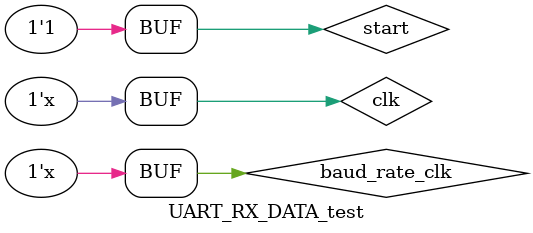
<source format=v>
`timescale 1ns / 1ps


module UART_RX_DATA_test;

	reg [3:0] tick_test;
	reg start;

	// Inputs
	reg clk;
	reg baud_rate_clk;
	reg rx;

	// Outputs
	wire [1:0] machine_state;
	wire [7:0] reg_rx;
	wire [3:0] tick;
	wire [3:0] bit_num;

	// Instantiate the Unit Under Test (UUT)
	UART_RX_DATA uut (
		.clk(clk), 
		.baud_rate_clk(baud_rate_clk),
		.rx(rx), 
		.machine_state(machine_state), 
		.reg_rx(reg_rx), 
		.tick(tick), 
		.bit_num(bit_num)
	);

	initial begin
		// Initialize Inputs
		start = 1;
		clk = 0;
		baud_rate_clk = 0;
		rx = 1;
		tick_test <= 0;
		// Wait 100 ns for global reset to finish
		#16;
        
		// Add stimulus here
	end
	
	always #0.05 clk = ~clk;
	
	always #3 baud_rate_clk = ~baud_rate_clk;
	
	always@(posedge baud_rate_clk) begin
		if(machine_state == 2) begin
			if(tick_test == 15) begin
				case(bit_num)
					0: rx <= 0;
					1: rx <= 1;
					2: rx <= 0;
					3: rx <= 0;
					4: rx <= 0;
					5: rx <= 0;
					6: rx <= 1;
					7: rx <= 1;
				endcase
				tick_test <= 0;
			end
			else
				tick_test <= tick_test + 1;
		end
		else if(machine_state == 1) begin
			tick_test <= tick_test + 1;
			rx <= 0;
		end
		else
			rx <= 0;
	end
      
endmodule


</source>
